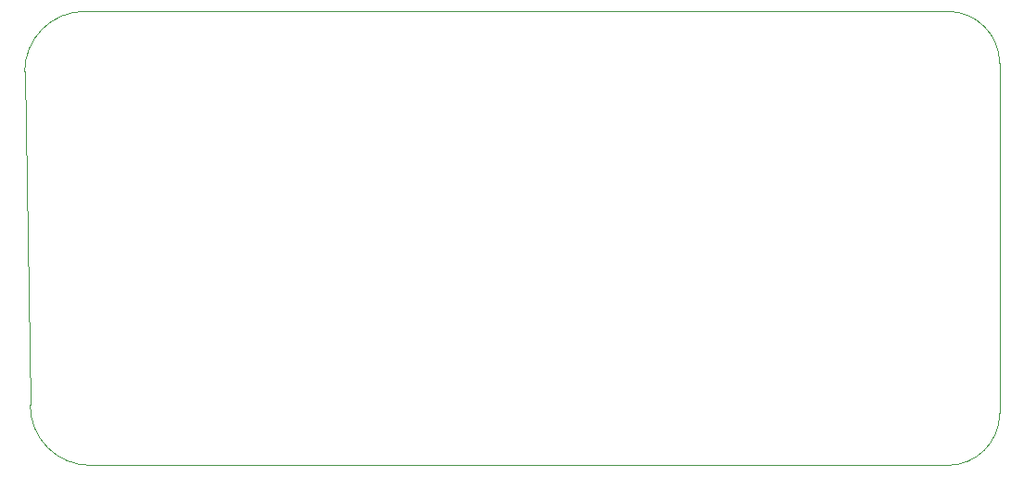
<source format=gbr>
%TF.GenerationSoftware,KiCad,Pcbnew,5.1.9*%
%TF.CreationDate,2021-04-07T12:29:47+02:00*%
%TF.ProjectId,lampa,6c616d70-612e-46b6-9963-61645f706362,rev?*%
%TF.SameCoordinates,Original*%
%TF.FileFunction,Profile,NP*%
%FSLAX46Y46*%
G04 Gerber Fmt 4.6, Leading zero omitted, Abs format (unit mm)*
G04 Created by KiCad (PCBNEW 5.1.9) date 2021-04-07 12:29:47*
%MOMM*%
%LPD*%
G01*
G04 APERTURE LIST*
%TA.AperFunction,Profile*%
%ADD10C,0.050000*%
%TD*%
G04 APERTURE END LIST*
D10*
X189250000Y-104500000D02*
X111000000Y-104500000D01*
X194000000Y-99750000D02*
G75*
G02*
X189250000Y-104500000I-4750000J0D01*
G01*
X194000000Y-99500000D02*
X194000000Y-99750000D01*
X194000000Y-67750000D02*
X194000000Y-99500000D01*
X189250000Y-63000000D02*
G75*
G02*
X194000000Y-67750000I0J-4750000D01*
G01*
X188750000Y-63000000D02*
X189250000Y-63000000D01*
X188500000Y-63000000D02*
X188750000Y-63000000D01*
X105500000Y-99000000D02*
X105000000Y-68500000D01*
X111000000Y-104500000D02*
G75*
G02*
X105500000Y-99000000I0J5500000D01*
G01*
X105000000Y-68500000D02*
G75*
G02*
X110500000Y-63000000I5500000J0D01*
G01*
X188500000Y-63000000D02*
X110500000Y-63000000D01*
M02*

</source>
